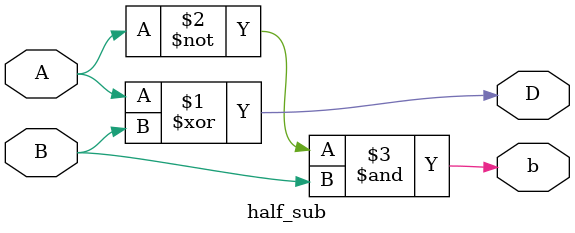
<source format=v>
`timescale 1ns / 1ps

module half_sub(output D,b, input A, B);
    assign D=A^B;
    assign b=~A&B;
endmodule


</source>
